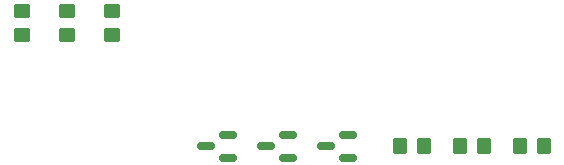
<source format=gbp>
G04 #@! TF.GenerationSoftware,KiCad,Pcbnew,(6.0.6)*
G04 #@! TF.CreationDate,2022-08-10T20:14:49+02:00*
G04 #@! TF.ProjectId,joystick,6a6f7973-7469-4636-9b2e-6b696361645f,rev?*
G04 #@! TF.SameCoordinates,Original*
G04 #@! TF.FileFunction,Paste,Bot*
G04 #@! TF.FilePolarity,Positive*
%FSLAX46Y46*%
G04 Gerber Fmt 4.6, Leading zero omitted, Abs format (unit mm)*
G04 Created by KiCad (PCBNEW (6.0.6)) date 2022-08-10 20:14:49*
%MOMM*%
%LPD*%
G01*
G04 APERTURE LIST*
G04 Aperture macros list*
%AMRoundRect*
0 Rectangle with rounded corners*
0 $1 Rounding radius*
0 $2 $3 $4 $5 $6 $7 $8 $9 X,Y pos of 4 corners*
0 Add a 4 corners polygon primitive as box body*
4,1,4,$2,$3,$4,$5,$6,$7,$8,$9,$2,$3,0*
0 Add four circle primitives for the rounded corners*
1,1,$1+$1,$2,$3*
1,1,$1+$1,$4,$5*
1,1,$1+$1,$6,$7*
1,1,$1+$1,$8,$9*
0 Add four rect primitives between the rounded corners*
20,1,$1+$1,$2,$3,$4,$5,0*
20,1,$1+$1,$4,$5,$6,$7,0*
20,1,$1+$1,$6,$7,$8,$9,0*
20,1,$1+$1,$8,$9,$2,$3,0*%
G04 Aperture macros list end*
%ADD10RoundRect,0.250000X0.350000X0.450000X-0.350000X0.450000X-0.350000X-0.450000X0.350000X-0.450000X0*%
%ADD11RoundRect,0.250000X-0.450000X0.350000X-0.450000X-0.350000X0.450000X-0.350000X0.450000X0.350000X0*%
%ADD12RoundRect,0.150000X0.587500X0.150000X-0.587500X0.150000X-0.587500X-0.150000X0.587500X-0.150000X0*%
G04 APERTURE END LIST*
D10*
X145780000Y-102870000D03*
X143780000Y-102870000D03*
D11*
X115570000Y-91440000D03*
X115570000Y-93440000D03*
D10*
X155940000Y-102870000D03*
X153940000Y-102870000D03*
X150860000Y-102870000D03*
X148860000Y-102870000D03*
D11*
X111760000Y-91440000D03*
X111760000Y-93440000D03*
X119380000Y-91440000D03*
X119380000Y-93440000D03*
D12*
X129207500Y-101920000D03*
X129207500Y-103820000D03*
X127332500Y-102870000D03*
X134287500Y-101920000D03*
X134287500Y-103820000D03*
X132412500Y-102870000D03*
X139367500Y-101920000D03*
X139367500Y-103820000D03*
X137492500Y-102870000D03*
M02*

</source>
